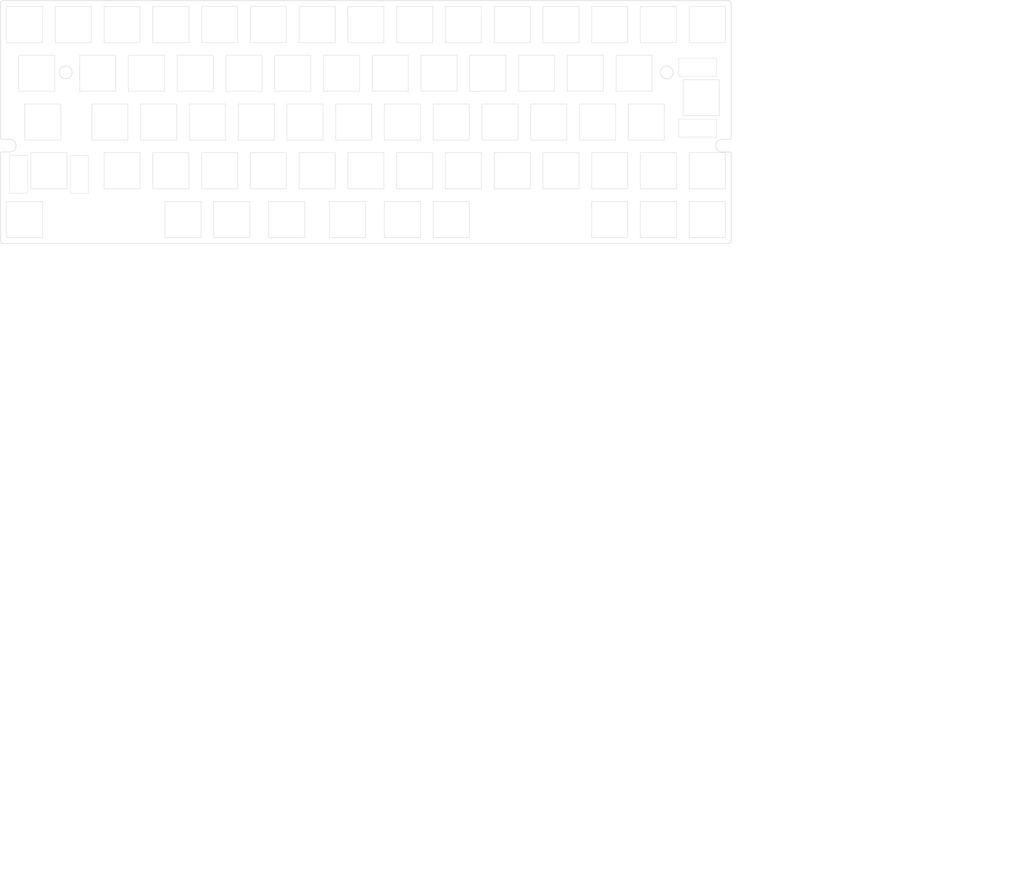
<source format=kicad_pcb>
(kicad_pcb (version 20211014) (generator pcbnew)
  (layers (0 "F.Cu" signal) (31 "B.Cu" signal) (34 "B.Paste" user) (35 "F.Paste" user) (36 "B.SilkS" user "B.Silkscreen") (37 "F.SilkS" user "F.Silkscreen") (38 "B.Mask" user) (39 "F.Mask" user) (44 "Edge.Cuts" user))
  (net 0 "")
  (footprint "kbd_SW_Hole:SW_Hole_1u" (layer "F.Cu") (at 227.087546 89.395189)
    (fp_text reference "K_.1" hide)
    (fp_text value "MX-NoLED" hide)
    (fp_line (start -7.05 -7.05) (end 7.05 -7.05) (layer "Edge.Cuts") (width 0.15))
    (fp_line (start -7.05 7.05) (end -7.05 -7.05) (layer "Edge.Cuts") (width 0.15))
    (fp_line (start 7.05 -7.05) (end 7.05 7.05) (layer "Edge.Cuts") (width 0.15))
    (fp_line (start 7.05 7.05) (end -7.05 7.05) (layer "Edge.Cuts") (width 0.15))
  )
  (footprint "kbd_SW_Hole:SW_Hole_1u" (layer "F.Cu") (at 208.037546 89.395189)
    (fp_text reference "K_,1" hide)
    (fp_text value "MX-NoLED" hide)
    (fp_line (start 7.05 -7.05) (end 7.05 7.05) (layer "Edge.Cuts") (width 0.15))
    (fp_line (start 7.05 7.05) (end -7.05 7.05) (layer "Edge.Cuts") (width 0.15))
    (fp_line (start -7.05 -7.05) (end 7.05 -7.05) (layer "Edge.Cuts") (width 0.15))
    (fp_line (start -7.05 7.05) (end -7.05 -7.05) (layer "Edge.Cuts") (width 0.15))
  )
  (footprint "kbd_SW_Hole:SW_Hole_1u" (layer "F.Cu") (at 55.637546 32.245189 180)
    (fp_text reference "K_#1" hide)
    (fp_text value "MX-NoLED" hide)
    (fp_line (start 7.05 -7.05) (end 7.05 7.05) (layer "Edge.Cuts") (width 0.15))
    (fp_line (start -7.05 7.05) (end -7.05 -7.05) (layer "Edge.Cuts") (width 0.15))
    (fp_line (start 7.05 7.05) (end -7.05 7.05) (layer "Edge.Cuts") (width 0.15))
    (fp_line (start -7.05 -7.05) (end 7.05 -7.05) (layer "Edge.Cuts") (width 0.15))
  )
  (footprint "kbd_SW_Hole:SW_Hole_1u" (layer "F.Cu") (at 74.687546 32.245189)
    (fp_text reference "K_#2" hide)
    (fp_text value "MX-NoLED" hide)
    (fp_line (start 7.05 -7.05) (end 7.05 7.05) (layer "Edge.Cuts") (width 0.15))
    (fp_line (start 7.05 7.05) (end -7.05 7.05) (layer "Edge.Cuts") (width 0.15))
    (fp_line (start -7.05 7.05) (end -7.05 -7.05) (layer "Edge.Cuts") (width 0.15))
    (fp_line (start -7.05 -7.05) (end 7.05 -7.05) (layer "Edge.Cuts") (width 0.15))
  )
  (footprint "kbd_SW_Hole:SW_Hole_1u" (layer "F.Cu") (at 93.737546 32.245189)
    (fp_text reference "K_#3" hide)
    (fp_text value "MX-NoLED" hide)
    (fp_line (start -7.05 7.05) (end -7.05 -7.05) (layer "Edge.Cuts") (width 0.15))
    (fp_line (start -7.05 -7.05) (end 7.05 -7.05) (layer "Edge.Cuts") (width 0.15))
    (fp_line (start 7.05 7.05) (end -7.05 7.05) (layer "Edge.Cuts") (width 0.15))
    (fp_line (start 7.05 -7.05) (end 7.05 7.05) (layer "Edge.Cuts") (width 0.15))
  )
  (footprint "kbd_SW_Hole:SW_Hole_1u" (layer "F.Cu") (at 112.787546 32.245189)
    (fp_text reference "K_#4" hide)
    (fp_text value "MX-NoLED" hide)
    (fp_line (start -7.05 -7.05) (end 7.05 -7.05) (layer "Edge.Cuts") (width 0.15))
    (fp_line (start 7.05 -7.05) (end 7.05 7.05) (layer "Edge.Cuts") (width 0.15))
    (fp_line (start -7.05 7.05) (end -7.05 -7.05) (layer "Edge.Cuts") (width 0.15))
    (fp_line (start 7.05 7.05) (end -7.05 7.05) (layer "Edge.Cuts") (width 0.15))
  )
  (footprint "kbd_SW_Hole:SW_Hole_1u" (layer "F.Cu") (at 131.837546 32.245189)
    (fp_text reference "K_#5" hide)
    (fp_text value "MX-NoLED" hide)
    (fp_line (start -7.05 -7.05) (end 7.05 -7.05) (layer "Edge.Cuts") (width 0.15))
    (fp_line (start 7.05 7.05) (end -7.05 7.05) (layer "Edge.Cuts") (width 0.15))
    (fp_line (start 7.05 -7.05) (end 7.05 7.05) (layer "Edge.Cuts") (width 0.15))
    (fp_line (start -7.05 7.05) (end -7.05 -7.05) (layer "Edge.Cuts") (width 0.15))
  )
  (footprint "kbd_SW_Hole:SW_Hole_1u" (layer "F.Cu") (at 150.887546 32.245189)
    (fp_text reference "K_#6" hide)
    (fp_text value "MX-NoLED" hide)
    (fp_line (start -7.05 -7.05) (end 7.05 -7.05) (layer "Edge.Cuts") (width 0.15))
    (fp_line (start 7.05 7.05) (end -7.05 7.05) (layer "Edge.Cuts") (width 0.15))
    (fp_line (start 7.05 -7.05) (end 7.05 7.05) (layer "Edge.Cuts") (width 0.15))
    (fp_line (start -7.05 7.05) (end -7.05 -7.05) (layer "Edge.Cuts") (width 0.15))
  )
  (footprint "kbd_SW_Hole:SW_Hole_1u" (layer "F.Cu") (at 169.937546 32.245189)
    (fp_text reference "K_#7" hide)
    (fp_text value "MX-NoLED" hide)
    (fp_line (start -7.05 7.05) (end -7.05 -7.05) (layer "Edge.Cuts") (width 0.15))
    (fp_line (start 7.05 7.05) (end -7.05 7.05) (layer "Edge.Cuts") (width 0.15))
    (fp_line (start 7.05 -7.05) (end 7.05 7.05) (layer "Edge.Cuts") (width 0.15))
    (fp_line (start -7.05 -7.05) (end 7.05 -7.05) (layer "Edge.Cuts") (width 0.15))
  )
  (footprint "kbd_SW_Hole:SW_Hole_1u" (layer "F.Cu") (at 188.987546 32.245189)
    (fp_text reference "K_#8" hide)
    (fp_text value "MX-NoLED" hide)
    (fp_line (start 7.05 -7.05) (end 7.05 7.05) (layer "Edge.Cuts") (width 0.15))
    (fp_line (start -7.05 7.05) (end -7.05 -7.05) (layer "Edge.Cuts") (width 0.15))
    (fp_line (start 7.05 7.05) (end -7.05 7.05) (layer "Edge.Cuts") (width 0.15))
    (fp_line (start -7.05 -7.05) (end 7.05 -7.05) (layer "Edge.Cuts") (width 0.15))
  )
  (footprint "kbd_SW_Hole:SW_Hole_1u" (layer "F.Cu") (at 208.037546 32.245189)
    (fp_text reference "K_#9" hide)
    (fp_text value "MX-NoLED" hide)
    (fp_line (start 7.05 7.05) (end -7.05 7.05) (layer "Edge.Cuts") (width 0.15))
    (fp_line (start 7.05 -7.05) (end 7.05 7.05) (layer "Edge.Cuts") (width 0.15))
    (fp_line (start -7.05 7.05) (end -7.05 -7.05) (layer "Edge.Cuts") (width 0.15))
    (fp_line (start -7.05 -7.05) (end 7.05 -7.05) (layer "Edge.Cuts") (width 0.15))
  )
  (footprint "kbd_SW_Hole:SW_Hole_1u" (layer "F.Cu") (at 227.087546 32.245189)
    (fp_text reference "K_#0_1" hide)
    (fp_text value "MX-NoLED" hide)
    (fp_line (start -7.05 -7.05) (end 7.05 -7.05) (layer "Edge.Cuts") (width 0.15))
    (fp_line (start 7.05 7.05) (end -7.05 7.05) (layer "Edge.Cuts") (width 0.15))
    (fp_line (start 7.05 -7.05) (end 7.05 7.05) (layer "Edge.Cuts") (width 0.15))
    (fp_line (start -7.05 7.05) (end -7.05 -7.05) (layer "Edge.Cuts") (width 0.15))
  )
  (footprint "kbd_SW_Hole:SW_Hole_1u" (layer "F.Cu") (at 260.425046 70.345189)
    (fp_text reference "K_:1" hide)
    (fp_text value "MX-NoLED" hide)
    (fp_line (start 7.05 7.05) (end -7.05 7.05) (layer "Edge.Cuts") (width 0.15))
    (fp_line (start 7.05 -7.05) (end 7.05 7.05) (layer "Edge.Cuts") (width 0.15))
    (fp_line (start -7.05 -7.05) (end 7.05 -7.05) (layer "Edge.Cuts") (width 0.15))
    (fp_line (start -7.05 7.05) (end -7.05 -7.05) (layer "Edge.Cuts") (width 0.15))
  )
  (footprint "kbd_SW_Hole:SW_Hole_1u" (layer "F.Cu") (at 246.137546 32.245189)
    (fp_text reference "K_-1" hide)
    (fp_text value "MX-NoLED" hide)
    (fp_line (start -7.05 -7.05) (end 7.05 -7.05) (layer "Edge.Cuts") (width 0.15))
    (fp_line (start 7.05 -7.05) (end 7.05 7.05) (layer "Edge.Cuts") (width 0.15))
    (fp_line (start -7.05 7.05) (end -7.05 -7.05) (layer "Edge.Cuts") (width 0.15))
    (fp_line (start 7.05 7.05) (end -7.05 7.05) (layer "Edge.Cuts") (width 0.15))
  )
  (footprint "kbd_SW_Hole:SW_Hole_1u" (layer "F.Cu") (at 246.137546 89.395189)
    (fp_text reference "K_/1" hide)
    (fp_text value "MX-NoLED" hide)
    (fp_line (start -7.05 -7.05) (end 7.05 -7.05) (layer "Edge.Cuts") (width 0.15))
    (fp_line (start 7.05 -7.05) (end 7.05 7.05) (layer "Edge.Cuts") (width 0.15))
    (fp_line (start -7.05 7.05) (end -7.05 -7.05) (layer "Edge.Cuts") (width 0.15))
    (fp_line (start 7.05 7.05) (end -7.05 7.05) (layer "Edge.Cuts") (width 0.15))
  )
  (footprint "kbd_SW_Hole:SW_Hole_1u" (layer "F.Cu") (at 241.375046 70.345189)
    (fp_text reference "K_;1" hide)
    (fp_text value "MX-NoLED" hide)
    (fp_line (start 7.05 7.05) (end -7.05 7.05) (layer "Edge.Cuts") (width 0.15))
    (fp_line (start -7.05 -7.05) (end 7.05 -7.05) (layer "Edge.Cuts") (width 0.15))
    (fp_line (start 7.05 -7.05) (end 7.05 7.05) (layer "Edge.Cuts") (width 0.15))
    (fp_line (start -7.05 7.05) (end -7.05 -7.05) (layer "Edge.Cuts") (width 0.15))
  )
  (footprint "kbd_SW_Hole:SW_Hole_1u" (layer "F.Cu") (at 255.662546 51.295189)
    (fp_text reference "K_@1" hide)
    (fp_text value "MX-NoLED" hide)
    (fp_line (start -7.05 -7.05) (end 7.05 -7.05) (layer "Edge.Cuts") (width 0.15))
    (fp_line (start -7.05 7.05) (end -7.05 -7.05) (layer "Edge.Cuts") (width 0.15))
    (fp_line (start 7.05 7.05) (end -7.05 7.05) (layer "Edge.Cuts") (width 0.15))
    (fp_line (start 7.05 -7.05) (end 7.05 7.05) (layer "Edge.Cuts") (width 0.15))
  )
  (footprint "kbd_SW_Hole:SW_Hole_1u" (layer "F.Cu") (at 279.475046 70.345189)
    (fp_text reference "K_]1" hide)
    (fp_text value "MX-NoLED" hide)
    (fp_line (start -7.05 7.05) (end -7.05 -7.05) (layer "Edge.Cuts") (width 0.15))
    (fp_line (start -7.05 -7.05) (end 7.05 -7.05) (layer "Edge.Cuts") (width 0.15))
    (fp_line (start 7.05 7.05) (end -7.05 7.05) (layer "Edge.Cuts") (width 0.15))
    (fp_line (start 7.05 -7.05) (end 7.05 7.05) (layer "Edge.Cuts") (width 0.15))
  )
  (footprint "kbd_SW_Hole:SW_Hole_1u" (layer "F.Cu") (at 274.712546 51.295189)
    (fp_text reference "K_[1" hide)
    (fp_text value "MX-NoLED" hide)
    (fp_line (start -7.05 -7.05) (end 7.05 -7.05) (layer "Edge.Cuts") (width 0.15))
    (fp_line (start -7.05 7.05) (end -7.05 -7.05) (layer "Edge.Cuts") (width 0.15))
    (fp_line (start 7.05 7.05) (end -7.05 7.05) (layer "Edge.Cuts") (width 0.15))
    (fp_line (start 7.05 -7.05) (end 7.05 7.05) (layer "Edge.Cuts") (width 0.15))
  )
  (footprint "kbd_SW_Hole:SW_Hole_1u" (layer "F.Cu") (at 69.925046 70.345189)
    (fp_text reference "K_A1" hide)
    (fp_text value "MX-NoLED" hide)
    (fp_line (start -7.05 7.05) (end -7.05 -7.05) (layer "Edge.Cuts") (width 0.15))
    (fp_line (start 7.05 7.05) (end -7.05 7.05) (layer "Edge.Cuts") (width 0.15))
    (fp_line (start -7.05 -7.05) (end 7.05 -7.05) (layer "Edge.Cuts") (width 0.15))
    (fp_line (start 7.05 -7.05) (end 7.05 7.05) (layer "Edge.Cuts") (width 0.15))
  )
  (footprint "kbd_SW_Hole:SW_Hole_1u" (layer "F.Cu") (at 150.887546 89.395189)
    (fp_text reference "K_B1" hide)
    (fp_text value "MX-NoLED" hide)
    (fp_line (start 7.05 -7.05) (end 7.05 7.05) (layer "Edge.Cuts") (width 0.15))
    (fp_line (start -7.05 7.05) (end -7.05 -7.05) (layer "Edge.Cuts") (width 0.15))
    (fp_line (start 7.05 7.05) (end -7.05 7.05) (layer "Edge.Cuts") (width 0.15))
    (fp_line (start -7.05 -7.05) (end 7.05 -7.05) (layer "Edge.Cuts") (width 0.15))
  )
  (footprint "kbd_SW_Hole:SW_Hole_1u" (layer "F.Cu") (at 284.237546 32.245189)
    (fp_text reference "K_YEN1" hide)
    (fp_text value "MX-NoLED" hide)
    (fp_line (start -7.05 -7.05) (end 7.05 -7.05) (layer "Edge.Cuts") (width 0.15))
    (fp_line (start -7.05 7.05) (end -7.05 -7.05) (layer "Edge.Cuts") (width 0.15))
    (fp_line (start 7.05 7.05) (end -7.05 7.05) (layer "Edge.Cuts") (width 0.15))
    (fp_line (start 7.05 -7.05) (end 7.05 7.05) (layer "Edge.Cuts") (width 0.15))
  )
  (footprint "kbd_SW_Hole:SW_Hole_1u" (layer "F.Cu") (at 112.787546 89.395189)
    (fp_text reference "K_C1" hide)
    (fp_text value "MX-NoLED" hide)
    (fp_line (start 7.05 7.05) (end -7.05 7.05) (layer "Edge.Cuts") (width 0.15))
    (fp_line (start -7.05 -7.05) (end 7.05 -7.05) (layer "Edge.Cuts") (width 0.15))
    (fp_line (start 7.05 -7.05) (end 7.05 7.05) (layer "Edge.Cuts") (width 0.15))
    (fp_line (start -7.05 7.05) (end -7.05 -7.05) (layer "Edge.Cuts") (width 0.15))
  )
  (footprint "kbd_SW_Hole:SW_Hole_1u" (layer "F.Cu") (at 108.025046 70.345189)
    (fp_text reference "K_D1" hide)
    (fp_text value "MX-NoLED" hide)
    (fp_line (start -7.05 -7.05) (end 7.05 -7.05) (layer "Edge.Cuts") (width 0.15))
    (fp_line (start 7.05 7.05) (end -7.05 7.05) (layer "Edge.Cuts") (width 0.15))
    (fp_line (start 7.05 -7.05) (end 7.05 7.05) (layer "Edge.Cuts") (width 0.15))
    (fp_line (start -7.05 7.05) (end -7.05 -7.05) (layer "Edge.Cuts") (width 0.15))
  )
  (footprint "kbd_SW_Hole:SW_Hole_1u" (layer "F.Cu") (at 103.262546 51.295189)
    (fp_text reference "K_E1" hide)
    (fp_text value "MX-NoLED" hide)
    (fp_line (start 7.05 -7.05) (end 7.05 7.05) (layer "Edge.Cuts") (width 0.15))
    (fp_line (start -7.05 -7.05) (end 7.05 -7.05) (layer "Edge.Cuts") (width 0.15))
    (fp_line (start -7.05 7.05) (end -7.05 -7.05) (layer "Edge.Cuts") (width 0.15))
    (fp_line (start 7.05 7.05) (end -7.05 7.05) (layer "Edge.Cuts") (width 0.15))
  )
  (footprint "kbd_SW_Hole:SW_Hole_2u" (layer "F.Cu") (at 300.906296 60.820189 -90)
    (fp_text reference "K_ENTER1" hide)
    (fp_text value "MX-NoLED" hide)
    (fp_line (start 7.05 -7.05) (end 7.05 7.05) (layer "Edge.Cuts") (width 0.15))
    (fp_line (start -7.05 -7.05) (end 7.05 -7.05) (layer "Edge.Cuts") (width 0.15))
    (fp_line (start 15.4 -6) (end 8.4 -6) (layer "Edge.Cuts") (width 0.12))
    (fp_line (start 15.4 8.8) (end 15.4 -6) (layer "Edge.Cuts") (width 0.12))
    (fp_line (start -15.4 -6) (end -8.4 -6) (layer "Edge.Cuts") (width 0.12))
    (fp_line (start -8.4 8.8) (end -15.4 8.8) (layer "Edge.Cuts") (width 0.12))
    (fp_line (start -7.05 7.05) (end -7.05 -7.05) (layer "Edge.Cuts") (width 0.15))
    (fp_line (start 8.4 8.8) (end 15.4 8.8) (layer "Edge.Cuts") (width 0.12))
    (fp_line (start -15.4 8.8) (end -15.4 -6) (layer "Edge.Cuts") (width 0.12))
    (fp_line (start 8.4 -6) (end 8.4 8.8) (layer "Edge.Cuts") (width 0.12))
    (fp_line (start -8.4 -6) (end -8.4 8.8) (layer "Edge.Cuts") (width 0.12))
    (fp_line (start 7.05 7.05) (end -7.05 7.05) (layer "Edge.Cuts") (width 0.15))
  )
  (footprint "kbd_SW_Hole:SW_Hole_1u" (layer "F.Cu") (at 127.075046 70.345189)
    (fp_text reference "K_F1" hide)
    (fp_text value "MX-NoLED" hide)
    (fp_line (start -7.05 -7.05) (end 7.05 -7.05) (layer "Edge.Cuts") (width 0.15))
    (fp_line (start 7.05 -7.05) (end 7.05 7.05) (layer "Edge.Cuts") (width 0.15))
    (fp_line (start -7.05 7.05) (end -7.05 -7.05) (layer "Edge.Cuts") (width 0.15))
    (fp_line (start 7.05 7.05) (end -7.05 7.05) (layer "Edge.Cuts") (width 0.15))
  )
  (footprint "kbd_SW_Hole:SW_Hole_1u" (layer "F.Cu") (at 146.125046 70.345189)
    (fp_text reference "K_G1" hide)
    (fp_text value "MX-NoLED" hide)
    (fp_line (start 7.05 -7.05) (end 7.05 7.05) (layer "Edge.Cuts") (width 0.15))
    (fp_line (start -7.05 7.05) (end -7.05 -7.05) (layer "Edge.Cuts") (width 0.15))
    (fp_line (start -7.05 -7.05) (end 7.05 -7.05) (layer "Edge.Cuts") (width 0.15))
    (fp_line (start 7.05 7.05) (end -7.05 7.05) (layer "Edge.Cuts") (width 0.15))
  )
  (footprint "kbd_SW_Hole:SW_Hole_1u" (layer "F.Cu") (at 36.587546 32.245189 180)
    (fp_text reference "K_ESC1" hide)
    (fp_text value "MX-NoLED" hide)
    (fp_line (start -7.05 -7.05) (end 7.05 -7.05) (layer "Edge.Cuts") (width 0.15))
    (fp_line (start 7.05 -7.05) (end 7.05 7.05) (layer "Edge.Cuts") (width 0.15))
    (fp_line (start -7.05 7.05) (end -7.05 -7.05) (layer "Edge.Cuts") (width 0.15))
    (fp_line (start 7.05 7.05) (end -7.05 7.05) (layer "Edge.Cuts") (width 0.15))
  )
  (footprint "kbd_SW_Hole:SW_Hole_1u" (layer "F.Cu") (at 165.175046 70.345189)
    (fp_text reference "K_H1" hide)
    (fp_text value "MX-NoLED" hide)
    (fp_line (start 7.05 -7.05) (end 7.05 7.05) (layer "Edge.Cuts") (width 0.15))
    (fp_line (start -7.05 7.05) (end -7.05 -7.05) (layer "Edge.Cuts") (width 0.15))
    (fp_line (start -7.05 -7.05) (end 7.05 -7.05) (layer "Edge.Cuts") (width 0.15))
    (fp_line (start 7.05 7.05) (end -7.05 7.05) (layer "Edge.Cuts") (width 0.15))
  )
  (footprint "kbd_SW_Hole:SW_Hole_1u" (layer "F.Cu") (at 198.512546 51.295189)
    (fp_text reference "K_I1" hide)
    (fp_text value "MX-NoLED" hide)
    (fp_line (start 7.05 7.05) (end -7.05 7.05) (layer "Edge.Cuts") (width 0.15))
    (fp_line (start 7.05 -7.05) (end 7.05 7.05) (layer "Edge.Cuts") (width 0.15))
    (fp_line (start -7.05 -7.05) (end 7.05 -7.05) (layer "Edge.Cuts") (width 0.15))
    (fp_line (start -7.05 7.05) (end -7.05 -7.05) (layer "Edge.Cuts") (width 0.15))
  )
  (footprint "kbd_SW_Hole:SW_Hole_1u" (layer "F.Cu") (at 184.225046 70.345189)
    (fp_text reference "K_J1" hide)
    (fp_text value "MX-NoLED" hide)
    (fp_line (start 7.05 -7.05) (end 7.05 7.05) (layer "Edge.Cuts") (width 0.15))
    (fp_line (start -7.05 -7.05) (end 7.05 -7.05) (layer "Edge.Cuts") (width 0.15))
    (fp_line (start 7.05 7.05) (end -7.05 7.05) (layer "Edge.Cuts") (width 0.15))
    (fp_line (start -7.05 7.05) (end -7.05 -7.05) (layer "Edge.Cuts") (width 0.15))
  )
  (footprint "kbd_SW_Hole:SW_Hole_1u" (layer "F.Cu") (at 203.275046 70.345189)
    (fp_text reference "K_K1" hide)
    (fp_text value "MX-NoLED" hide)
    (fp_line (start 7.05 7.05) (end -7.05 7.05) (layer "Edge.Cuts") (width 0.15))
    (fp_line (start -7.05 -7.05) (end 7.05 -7.05) (layer "Edge.Cuts") (width 0.15))
    (fp_line (start -7.05 7.05) (end -7.05 -7.05) (layer "Edge.Cuts") (width 0.15))
    (fp_line (start 7.05 -7.05) (end 7.05 7.05) (layer "Edge.Cuts") (width 0.15))
  )
  (footprint "kbd_SW_Hole:SW_Hole_1u" (layer "F.Cu") (at 222.325046 70.345189)
    (fp_text reference "K_L1" hide)
    (fp_text value "MX-NoLED" hide)
    (fp_line (start -7.05 -7.05) (end 7.05 -7.05) (layer "Edge.Cuts") (width 0.15))
    (fp_line (start 7.05 7.05) (end -7.05 7.05) (layer "Edge.Cuts") (width 0.15))
    (fp_line (start 7.05 -7.05) (end 7.05 7.05) (layer "Edge.Cuts") (width 0.15))
    (fp_line (start -7.05 7.05) (end -7.05 -7.05) (layer "Edge.Cuts") (width 0.15))
  )
  (footprint "kbd_SW_Hole:SW_Hole_1u" (layer "F.Cu") (at 98.500046 108.445189)
    (fp_text reference "K_LALT1" hide)
    (fp_text value "MX-NoLED" hide)
    (fp_line (start 7.05 7.05) (end -7.05 7.05) (layer "Edge.Cuts") (width 0.15))
    (fp_line (start -7.05 7.05) (end -7.05 -7.05) (layer "Edge.Cuts") (width 0.15))
    (fp_line (start -7.05 -7.05) (end 7.05 -7.05) (layer "Edge.Cuts") (width 0.15))
    (fp_line (start 7.05 -7.05) (end 7.05 7.05) (layer "Edge.Cuts") (width 0.15))
  )
  (footprint "kbd_SW_Hole:SW_Hole_1u" (layer "F.Cu") (at 36.587546 108.445189)
    (fp_text reference "K_LCTRL1" hide)
    (fp_text value "MX-NoLED" hide)
    (fp_line (start 7.05 -7.05) (end 7.05 7.05) (layer "Edge.Cuts") (width 0.15))
    (fp_line (start -7.05 -7.05) (end 7.05 -7.05) (layer "Edge.Cuts") (width 0.15))
    (fp_line (start 7.05 7.05) (end -7.05 7.05) (layer "Edge.Cuts") (width 0.15))
    (fp_line (start -7.05 7.05) (end -7.05 -7.05) (layer "Edge.Cuts") (width 0.15))
  )
  (footprint "kbd_SW_Hole:SW_Hole_2u" (layer "F.Cu") (at 46.112546 89.395189)
    (fp_text reference "K_LSFT1" hide)
    (fp_text value "MX-NoLED" hide)
    (fp_line (start -15.4 -6) (end -8.4 -6) (layer "Edge.Cuts") (width 0.12))
    (fp_line (start 15.4 8.8) (end 15.4 -6) (layer "Edge.Cuts") (width 0.12))
    (fp_line (start -15.4 8.8) (end -15.4 -6) (layer "Edge.Cuts") (width 0.12))
    (fp_line (start 8.4 8.8) (end 15.4 8.8) (layer "Edge.Cuts") (width 0.12))
    (fp_line (start -7.05 -7.05) (end 7.05 -7.05) (layer "Edge.Cuts") (width 0.15))
    (fp_line (start -8.4 -6) (end -8.4 8.8) (layer "Edge.Cuts") (width 0.12))
    (fp_line (start 7.05 7.05) (end -7.05 7.05) (layer "Edge.Cuts") (width 0.15))
    (fp_line (start -8.4 8.8) (end -15.4 8.8) (layer "Edge.Cuts") (width 0.12))
    (fp_line (start 7.05 -7.05) (end 7.05 7.05) (layer "Edge.Cuts") (width 0.15))
    (fp_line (start 15.4 -6) (end 8.4 -6) (layer "Edge.Cuts") (width 0.12))
    (fp_line (start -7.05 7.05) (end -7.05 -7.05) (layer "Edge.Cuts") (width 0.15))
    (fp_line (start 8.4 -6) (end 8.4 8.8) (layer "Edge.Cuts") (width 0.12))
  )
  (footprint "kbd_SW_Hole:SW_Hole_1u" (layer "F.Cu") (at 188.987546 89.395189)
    (fp_text reference "K_M1" hide)
    (fp_text value "MX-NoLED" hide)
    (fp_line (start -7.05 -7.05) (end 7.05 -7.05) (layer "Edge.Cuts") (width 0.15))
    (fp_line (start 7.05 -7.05) (end 7.05 7.05) (layer "Edge.Cuts") (width 0.15))
    (fp_line (start 7.05 7.05) (end -7.05 7.05) (layer "Edge.Cuts") (width 0.15))
    (fp_line (start -7.05 7.05) (end -7.05 -7.05) (layer "Edge.Cuts") (width 0.15))
  )
  (footprint "kbd_SW_Hole:SW_Hole_1u" (layer "F.Cu") (at 169.937546 89.395189)
    (fp_text reference "K_N1" hide)
    (fp_text value "MX-NoLED" hide)
    (fp_line (start -7.05 7.05) (end -7.05 -7.05) (layer "Edge.Cuts") (width 0.15))
    (fp_line (start -7.05 -7.05) (end 7.05 -7.05) (layer "Edge.Cuts") (width 0.15))
    (fp_line (start 7.05 7.05) (end -7.05 7.05) (layer "Edge.Cuts") (width 0.15))
    (fp_line (start 7.05 -7.05) (end 7.05 7.05) (layer "Edge.Cuts") (width 0.15))
  )
  (footprint "kbd_SW_Hole:SW_Hole_1u" (layer "F.Cu") (at 217.562546 51.295189)
    (fp_text reference "K_O1" hide)
    (fp_text value "MX-NoLED" hide)
    (fp_line (start 7.05 7.05) (end -7.05 7.05) (layer "Edge.Cuts") (width 0.15))
    (fp_line (start -7.05 -7.05) (end 7.05 -7.05) (layer "Edge.Cuts") (width 0.15))
    (fp_line (start -7.05 7.05) (end -7.05 -7.05) (layer "Edge.Cuts") (width 0.15))
    (fp_line (start 7.05 -7.05) (end 7.05 7.05) (layer "Edge.Cuts") (width 0.15))
  )
  (footprint "kbd_SW_Hole:SW_Hole_1u" (layer "F.Cu") (at 236.612546 51.295189)
    (fp_text reference "K_P1" hide)
    (fp_text value "MX-NoLED" hide)
    (fp_line (start 7.05 -7.05) (end 7.05 7.05) (layer "Edge.Cuts") (width 0.15))
    (fp_line (start -7.05 7.05) (end -7.05 -7.05) (layer "Edge.Cuts") (width 0.15))
    (fp_line (start -7.05 -7.05) (end 7.05 -7.05) (layer "Edge.Cuts") (width 0.15))
    (fp_line (start 7.05 7.05) (end -7.05 7.05) (layer "Edge.Cuts") (width 0.15))
  )
  (footprint "kbd_SW_Hole:SW_Hole_1u" (layer "F.Cu") (at 122.312546 51.295189)
    (fp_text reference "K_R1" hide)
    (fp_text value "MX-NoLED" hide)
    (fp_line (start -7.05 -7.05) (end 7.05 -7.05) (layer "Edge.Cuts") (width 0.15))
    (fp_line (start 7.05 -7.05) (end 7.05 7.05) (layer "Edge.Cuts") (width 0.15))
    (fp_line (start -7.05 7.05) (end -7.05 -7.05) (layer "Edge.Cuts") (width 0.15))
    (fp_line (start 7.05 7.05) (end -7.05 7.05) (layer "Edge.Cuts") (width 0.15))
  )
  (footprint "kbd_SW_Hole:SW_Hole_1u" (layer "F.Cu") (at 265.187546 108.445189)
    (fp_text reference "K_LEFT1" hide)
    (fp_text value "MX-NoLED" hide)
    (fp_line (start 7.05 7.05) (end -7.05 7.05) (layer "Edge.Cuts") (width 0.15))
    (fp_line (start -7.05 -7.05) (end 7.05 -7.05) (layer "Edge.Cuts") (width 0.15))
    (fp_line (start -7.05 7.05) (end -7.05 -7.05) (layer "Edge.Cuts") (width 0.15))
    (fp_line (start 7.05 -7.05) (end 7.05 7.05) (layer "Edge.Cuts") (width 0.15))
  )
  (footprint "kbd_SW_Hole:SW_Hole_1u" (layer "F.Cu") (at 303.287546 108.445189)
    (fp_text reference "K_RIGHT1" hide)
    (fp_text value "MX-NoLED" hide)
    (fp_line (start -7.05 7.05) (end -7.05 -7.05) (layer "Edge.Cuts") (width 0.15))
    (fp_line (start 7.05 7.05) (end -7.05 7.05) (layer "Edge.Cuts") (width 0.15))
    (fp_line (start 7.05 -7.05) (end 7.05 7.05) (layer "Edge.Cuts") (width 0.15))
    (fp_line (start -7.05 -7.05) (end 7.05 -7.05) (layer "Edge.Cuts") (width 0.15))
  )
  (footprint "kbd_SW_Hole:SW_Hole_1u" (layer "F.Cu") (at 303.287546 89.395189)
    (fp_text reference "K_RSFT1" hide)
    (fp_text value "MX-NoLED" hide)
    (fp_line (start 7.05 7.05) (end -7.05 7.05) (layer "Edge.Cuts") (width 0.15))
    (fp_line (start -7.05 -7.05) (end 7.05 -7.05) (layer "Edge.Cuts") (width 0.15))
    (fp_line (start 7.05 -7.05) (end 7.05 7.05) (layer "Edge.Cuts") (width 0.15))
    (fp_line (start -7.05 7.05) (end -7.05 -7.05) (layer "Edge.Cuts") (width 0.15))
  )
  (footprint "kbd_SW_Hole:SW_Hole_1u" (layer "F.Cu") (at 88.975046 70.345189)
    (fp_text reference "K_S1" hide)
    (fp_text value "MX-NoLED" hide)
    (fp_line (start -7.05 -7.05) (end 7.05 -7.05) (layer "Edge.Cuts") (width 0.15))
    (fp_line (start 7.05 -7.05) (end 7.05 7.05) (layer "Edge.Cuts") (width 0.15))
    (fp_line (start -7.05 7.05) (end -7.05 -7.05) (layer "Edge.Cuts") (width 0.15))
    (fp_line (start 7.05 7.05) (end -7.05 7.05) (layer "Edge.Cuts") (width 0.15))
  )
  (footprint "kbd_SW_Hole:SW_Hole_1u" (layer "F.Cu") (at 141.362546 51.295189)
    (fp_text reference "K_T1" hide)
    (fp_text value "MX-NoLED" hide)
    (fp_line (start 7.05 -7.05) (end 7.05 7.05) (layer "Edge.Cuts") (width 0.15))
    (fp_line (start -7.05 7.05) (end -7.05 -7.05) (layer "Edge.Cuts") (width 0.15))
    (fp_line (start -7.05 -7.05) (end 7.05 -7.05) (layer "Edge.Cuts") (width 0.15))
    (fp_line (start 7.05 7.05) (end -7.05 7.05) (layer "Edge.Cuts") (width 0.15))
  )
  (footprint "kbd_SW_Hole:SW_Hole_1.5u" (layer "F.Cu") (at 41.350046 51.295189)
    (fp_text reference "K_TAB1" hide)
    (fp_text value "MX-NoLED" hide)
    (fp_line (start 7.05 7.05) (end -7.05 7.05) (layer "Edge.Cuts") (width 0.15))
    (fp_line (start 7.05 -7.05) (end 7.05 7.05) (layer "Edge.Cuts") (width 0.15))
    (fp_line (start -7.05 7.05) (end -7.05 -7.05) (layer "Edge.Cuts") (width 0.15))
    (fp_line (start -7.05 -7.05) (end 7.05 -7.05) (layer "Edge.Cuts") (width 0.15))
  )
  (footprint "kbd_SW_Hole:SW_Hole_1u" (layer "F.Cu") (at 179.462546 51.295189)
    (fp_text reference "K_U1" hide)
    (fp_text value "MX-NoLED" hide)
    (fp_line (start -7.05 -7.05) (end 7.05 -7.05) (layer "Edge.Cuts") (width 0.15))
    (fp_line (start 7.05 -7.05) (end 7.05 7.05) (layer "Edge.Cuts") (width 0.15))
    (fp_line (start 7.05 7.05) (end -7.05 7.05) (layer "Edge.Cuts") (width 0.15))
    (fp_line (start -7.05 7.05) (end -7.05 -7.05) (layer "Edge.Cuts") (width 0.15))
  )
  (footprint "kbd_SW_Hole:SW_Hole_1u" (layer "F.Cu") (at 131.837546 89.395189)
    (fp_text reference "K_V1" hide)
    (fp_text value "MX-NoLED" hide)
    (fp_line (start -7.05 7.05) (end -7.05 -7.05) (layer "Edge.Cuts") (width 0.15))
    (fp_line (start 7.05 7.05) (end -7.05 7.05) (layer "Edge.Cuts") (width 0.15))
    (fp_line (start -7.05 -7.05) (end 7.05 -7.05) (layer "Edge.Cuts") (width 0.15))
    (fp_line (start 7.05 -7.05) (end 7.05 7.05) (layer "Edge.Cuts") (width 0.15))
  )
  (footprint "kbd_SW_Hole:SW_Hole_1u" (layer "F.Cu") (at 93.737546 89.395189)
    (fp_text reference "K_X1" hide)
    (fp_text value "MX-NoLED" hide)
    (fp_line (start -7.05 -7.05) (end 7.05 -7.05) (layer "Edge.Cuts") (width 0.15))
    (fp_line (start -7.05 7.05) (end -7.05 -7.05) (layer "Edge.Cuts") (width 0.15))
    (fp_line (start 7.05 -7.05) (end 7.05 7.05) (layer "Edge.Cuts") (width 0.15))
    (fp_line (start 7.05 7.05) (end -7.05 7.05) (layer "Edge.Cuts") (width 0.15))
  )
  (footprint "kbd_SW_Hole:SW_Hole_1u" (layer "F.Cu") (at 160.412546 51.295189)
    (fp_text reference "K_Y1" hide)
    (fp_text value "MX-NoLED" hide)
    (fp_line (start 7.05 -7.05) (end 7.05 7.05) (layer "Edge.Cuts") (width 0.15))
    (fp_line (start 7.05 7.05) (end -7.05 7.05) (layer "Edge.Cuts") (width 0.15))
    (fp_line (start -7.05 -7.05) (end 7.05 -7.05) (layer "Edge.Cuts") (width 0.15))
    (fp_line (start -7.05 7.05) (end -7.05 -7.05) (layer "Edge.Cuts") (width 0.15))
  )
  (footprint "kbd_SW_Hole:SW_Hole_1u" (layer "F.Cu") (at 74.687546 89.395189)
    (fp_text reference "K_Z1" hide)
    (fp_text value "MX-NoLED" hide)
    (fp_line (start -7.05 -7.05) (end 7.05 -7.05) (layer "Edge.Cuts") (width 0.15))
    (fp_line (start 7.05 -7.05) (end 7.05 7.05) (layer "Edge.Cuts") (width 0.15))
    (fp_line (start -7.05 7.05) (end -7.05 -7.05) (layer "Edge.Cuts") (width 0.15))
    (fp_line (start 7.05 7.05) (end -7.05 7.05) (layer "Edge.Cuts") (width 0.15))
  )
  (footprint "kbd_SW_Hole:SW_Hole_1u" (layer "F.Cu") (at 284.237546 108.445189)
    (fp_text reference "K_DOWN1" hide)
    (fp_text value "MX-NoLED" hide)
    (fp_line (start -7.05 -7.05) (end 7.05 -7.05) (layer "Edge.Cuts") (width 0.15))
    (fp_line (start -7.05 7.05) (end -7.05 -7.05) (layer "Edge.Cuts") (width 0.15))
    (fp_line (start 7.05 7.05) (end -7.05 7.05) (layer "Edge.Cuts") (width 0.15))
    (fp_line (start 7.05 -7.05) (end 7.05 7.05) (layer "Edge.Cuts") (width 0.15))
  )
  (footprint "kbd_SW_Hole:SW_Hole_1u" (layer "F.Cu") (at 265.187546 89.395189)
    (fp_text reference "K_BKSL1" hide)
    (fp_text value "MX-NoLED" hide)
    (fp_line (start -7.05 7.05) (end -7.05 -7.05) (layer "Edge.Cuts") (width 0.15))
    (fp_line (start 7.05 7.05) (end -7.05 7.05) (layer "Edge.Cuts") (width 0.15))
    (fp_line (start 7.05 -7.05) (end 7.05 7.05) (layer "Edge.Cuts") (width 0.15))
    (fp_line (start -7.05 -7.05) (end 7.05 -7.05) (layer "Edge.Cuts") (width 0.15))
  )
  (footprint "kbd_SW_Hole:SW_Hole_1u" (layer "F.Cu") (at 303.287546 32.245189)
    (fp_text reference "K_BKSPC1" hide)
    (fp_text value "MX-NoLED" hide)
    (fp_line (start -7.05 7.05) (end -7.05 -7.05) (layer "Edge.Cuts") (width 0.15))
    (fp_line (start -7.05 -7.05) (end 7.05 -7.05) (layer "Edge.Cuts") (width 0.15))
    (fp_line (start 7.05 7.05) (end -7.05 7.05) (layer "Edge.Cuts") (width 0.15))
    (fp_line (start 7.05 -7.05) (end 7.05 7.05) (layer "Edge.Cuts") (width 0.15))
  )
  (footprint "kbd_SW_Hole:SW_Hole_1u" (layer "F.Cu") (at 84.212546 51.295189)
    (fp_text reference "K_W1" hide)
    (fp_text value "MX-NoLED" hide)
    (fp_line (start -7.05 7.05) (end -7.05 -7.05) (layer "Edge.Cuts") (width 0.15))
    (fp_line (start -7.05 -7.05) (end 7.05 -7.05) (layer "Edge.Cuts") (width 0.15))
    (fp_line (start 7.05 -7.05) (end 7.05 7.05) (layer "Edge.Cuts") (width 0.15))
    (fp_line (start 7.05 7.05) (end -7.05 7.05) (layer "Edge.Cuts") (width 0.15))
  )
  (footprint "kbd_SW_Hole:SW_Hole_1u" (layer "F.Cu") (at 65.162546 51.295189)
    (fp_text reference "K_Q1" hide)
    (fp_text value "MX-NoLED" hide)
    (fp_line (start -7.05 7.05) (end -7.05 -7.05) (layer "Edge.Cuts") (width 0.15))
    (fp_line (start 7.05 -7.05) (end 7.05 7.05) (layer "Edge.Cuts") (width 0.15))
    (fp_line (start -7.05 -7.05) (end 7.05 -7.05) (layer "Edge.Cuts") (width 0.15))
    (fp_line (start 7.05 7.05) (end -7.05 7.05) (layer "Edge.Cuts") (width 0.15))
  )
  (footprint "kbd_SW_Hole:SW_Hole_1.75u" (layer "F.Cu") (at 43.731296 70.345189)
    (fp_text reference "K_CAPS1" hide)
    (fp_text value "MX-LED" hide)
    (fp_line (start 7.05 -7.05) (end 7.05 7.05) (layer "Edge.Cuts") (width 0.15))
    (fp_line (start -7.05 -7.05) (end 7.05 -7.05) (layer "Edge.Cuts") (width 0.15))
    (fp_line (start 7.05 7.05) (end -7.05 7.05) (layer "Edge.Cuts") (width 0.15))
    (fp_line (start -7.05 7.05) (end -7.05 -7.05) (layer "Edge.Cuts") (width 0.15))
  )
  (footprint "kbd_SW_Hole:SW_Hole_1u" (layer "F.Cu") (at 117.550046 108.445189)
    (fp_text reference "K_NHENK1" hide)
    (fp_text value "MX-NoLED" hide)
    (fp_line (start -7.05 7.05) (end -7.05 -7.05) (layer "Edge.Cuts") (width 0.15))
    (fp_line (start 7.05 -7.05) (end 7.05 7.05) (layer "Edge.Cuts") (width 0.15))
    (fp_line (start -7.05 -7.05) (end 7.05 -7.05) (layer "Edge.Cuts") (width 0.15))
    (fp_line (start 7.05 7.05) (end -7.05 7.05) (layer "Edge.Cuts") (width 0.15))
  )
  (footprint "kbd_SW_Hole:SW_Hole_1u" (layer "F.Cu") (at 265.187546 32.245189)
    (fp_text reference "K_=1" hide)
    (fp_text value "MX-NoLED" hide)
    (fp_line (start -7.05 -7.05) (end 7.05 -7.05) (layer "Edge.Cuts") (width 0.15))
    (fp_line (start -7.05 7.05) (end -7.05 -7.05) (layer "Edge.Cuts") (width 0.15))
    (fp_line (start 7.05 -7.05) (end 7.05 7.05) (layer "Edge.Cuts") (width 0.15))
    (fp_line (start 7.05 7.05) (end -7.05 7.05) (layer "Edge.Cuts") (width 0.15))
  )
  (footprint "kbd_SW_Hole:SW_Hole_1u" (layer "F.Cu") (at 271.334796 334.199317)
    (fp_text reference "K_BKSL1" hide)
    (fp_text value "MX-NoLED" hide)
  )
  (footprint "kbd_SW_Hole:SW_Hole_1u" (layer "F.Cu") (at 102.537546 229.395189)
    (fp_text reference "K_LALT1" hide)
    (fp_text value "MX-NoLED" hide)
  )
  (footprint "kbd_SW_Hole:SW_Hole_1u" (layer "F.Cu") (at 133.222296 315.149317)
    (fp_text reference "K_F1" hide)
    (fp_text value "MX-NoLED" hide)
  )
  (footprint "kbd_SW_Hole:SW_Hole_1u" (layer "F.Cu") (at 309.434796 277.049317)
    (fp_text reference "K_BKSPC1" hide)
    (fp_text value "MX-NoLED" hide)
  )
  (footprint "kbd_SW_Hole:SW_Hole_1u" (layer "F.Cu") (at 223.709796 296.099317)
    (fp_text reference "K_O1" hide)
    (fp_text value "MX-NoLED" hide)
  )
  (footprint "kbd_SW_Hole:SW_Hole_1.25u" (layer "F.Cu") (at 145.128546 353.249317)
    (fp_text reference "K_LSPACE1" hide)
    (fp_text value "MX-NoLED" hide)
  )
  (footprint "kbd_SW_Hole:SW_Hole_1u" (layer "F.Cu") (at 185.609796 296.099317)
    (fp_text reference "K_U1" hide)
    (fp_text value "MX-NoLED" hide)
  )
  (footprint "kbd_SW_Hole:SW_Hole_1u" (layer "F.Cu") (at 135.875046 210.345189)
    (fp_text reference "K_V1" hide)
    (fp_text value "MX-NoLED" hide)
  )
  (footprint "kbd_SW_Hole:SW_Hole_1u" (layer "F.Cu") (at 209.422296 353.249317)
    (fp_text reference "K_WIN1" hide)
    (fp_text value "MX-NoLED" hide)
  )
  (footprint "kbd_SW_Hole:SW_Hole_1u" (layer "F.Cu") (at 40.625046 229.395189)
    (fp_text reference "K_LCTRL1" hide)
    (fp_text value "MX-NoLED" hide)
  )
  (footprint "kbd_SW_Hole:SW_Hole_1u" (layer "F.Cu") (at 269.225046 153.195189)
    (fp_text reference "K_=1" hide)
    (fp_text value "MX-NoLED" hide)
  )
  (footprint "kbd_SW_Hole:SW_Hole_1.25u" (layer "F.Cu") (at 143.018796 229.395189)
    (fp_text reference "K_LSPACE1" hide)
    (fp_text value "MX-NoLED" hide)
  )
  (footprint "kbd_SW_Hole:SW_Hole_1u" (layer "F.Cu") (at 195.134796 277.049317)
    (fp_text reference "K_#8" hide)
    (fp_text value "MX-NoLED" hide)
  )
  (footprint "kbd_SW_Hole:SW_Hole_1.25u" (layer "F.Cu") (at 166.831296 229.395189)
    (fp_text reference "K_RSPACE1" hide)
    (fp_text value "MX-NoLED" hide)
  )
  (footprint "kbd_SW_Hole:SW_Hole_1u" (layer "F.Cu") (at 157.034796 277.049317)
    (fp_text reference "K_#6" hide)
    (fp_text value "MX-NoLED" hide)
  )
  (footprint "kbd_SW_Hole:SW_Hole_1u" (layer "F.Cu") (at 107.300046 172.245189)
    (fp_text reference "K_E1" hide)
    (fp_text value "MX-NoLED" hide)
  )
  (footprint "kbd_SW_Hole:SW_Hole_1u" (layer "F.Cu") (at 76.072296 315.149317)
    (fp_text reference "K_A1" hide)
    (fp_text value "MX-NoLED" hide)
  )
  (footprint "kbd_SW_Hole:SW_Hole_1u" (layer "F.Cu") (at 59.675046 153.195189 180)
    (fp_text reference "K_#1" hide)
    (fp_text value "MX-NoLED" hide)
  )
  (footprint "kbd_SW_Hole:SW_Hole_1.75u" (layer "F.Cu") (at 47.768796 191.295189)
    (fp_text reference "K_CAPS1" hide)
    (fp_text value "MX-LED" hide)
  )
  (footprint "kbd_SW_Hole:SW_Hole_1u" (layer "F.Cu") (at 290.384796 277.049317)
    (fp_text reference "K_YEN1" hide)
    (fp_text value "MX-NoLED" hide)
  )
  (footprint "kbd_SW_Hole:SW_Hole_1u" (layer "F.Cu") (at 288.275046 210.345189)
    (fp_text reference "K_UP1" hide)
    (fp_text value "MX-NoLED" hide)
  )
  (footprint "kbd_SW_Hole:SW_Hole_1u" (layer "F.Cu") (at 283.512546 191.295189)
    (fp_text reference "K_]1" hide)
    (fp_text value "MX-NoLED" hide)
  )
  (footprint "kbd_SW_Hole:SW_Hole_1u" (layer "F.Cu") (at 131.112546 191.295189)
    (fp_text reference "K_F1" hide)
    (fp_text value "MX-NoLED" hide)
  )
  (footprint "kbd_SW_Hole:SW_Hole_1u" (layer "F.Cu") (at 214.184796 277.049317)
    (fp_text reference "K_#9" hide)
    (fp_text value "MX-NoLED" hide)
  )
  (footprint "kbd_SW_Hole:SW_Hole_1u" (layer "F.Cu") (at 99.884796 334.199317)
    (fp_text reference "K_X1" hide)
    (fp_text value "MX-NoLED" hide)
  )
  (footprint "kbd_SW_Hole:SW_Hole_1u" (layer "F.Cu") (at 285.622296 315.149317)
    (fp_text reference "K_]1" hide)
    (fp_text value "MX-NoLED" hide)
  )
  (footprint "kbd_SW_Hole:SW_Hole_2u" (layer "F.Cu") (at 52.259796 334.199317)
    (fp_text reference "K_LSFT1" hide)
    (fp_text value "MX-NoLED" hide)
  )
  (footprint "kbd_SW_Hole:SW_Hole_1u" (layer "F.Cu") (at 233.234796 277.049317)
    (fp_text reference "K_#0_1" hide)
    (fp_text value "MX-NoLED" hide)
  )
  (footprint "kbd_SW_Hole:SW_Hole_1u" (layer "F.Cu") (at 40.625046 153.195189 180)
    (fp_text reference "K_ESC1" hide)
    (fp_text value "MX-NoLED" hide)
  )
  (footprint "kbd_SW_Hole:SW_Hole_1u" (layer "F.Cu") (at 99.884796 277.049317)
    (fp_text reference "K_#3" hide)
    (fp_text value "MX-NoLED" hide)
  )
  (footprint "kbd_SW_Hole:SW_Hole_1u" (layer "F.Cu") (at 88.250046 172.245189)
    (fp_text reference "K_W1" hide)
    (fp_text value "MX-NoLED" hide)
  )
  (footprint "kbd_SW_Hole:SW_Hole_1u" (layer "F.Cu") (at 152.272296 315.149317)
    (fp_text reference "K_G1" hide)
    (fp_text value "MX-NoLED" hide)
  )
  (footprint "kbd_SW_Hole:SW_Hole_1u" (layer "F.Cu") (at 109.409796 296.099317)
    (fp_text reference "K_E1" hide)
    (fp_text value "MX-NoLED" hide)
  )
  (footprint "kbd_SW_Hole:SW_Hole_1u" (layer "F.Cu") (at 116.825046 210.345189)
    (fp_text reference "K_C1" hide)
    (fp_text value "MX-NoLED" hide)
  )
  (footprint "kbd_SW_Hole:SW_Hole_1u" (layer "F.Cu") (at 307.325046 210.345189)
    (fp_text reference "K_RSFT1" hide)
    (fp_text value "MX-NoLED" hide)
  )
  (footprint "kbd_SW_Hole:SW_Hole_1u" (layer "F.Cu") (at 231.125046 210.345189)
    (fp_text reference "K_.1" hide)
    (fp_text value "MX-NoLED" hide)
  )
  (footprint "kbd_SW_Hole:SW_Hole_1u" (layer "F.Cu") (at 290.384796 353.249317)
    (fp_text reference "K_DOWN1" hide)
    (fp_text value "MX-NoLED" hide)
  )
  (footprint "kbd_SW_Hole:SW_Hole_1u" (layer "F.Cu") (at 90.359796 296.099317)
    (fp_text reference "K_W1" hide)
    (fp_text value "MX-NoLED" hide)
  )
  (footprint "kbd_SW_Hole:SW_Hole_1u" (layer "F.Cu") (at 135.875046 153.195189)
    (fp_text reference "K_#5" hide)
    (fp_text value "MX-NoLED" hide)
  )
  (footprint "kbd_SW_Hole:SW_Hole_1u" (layer "F.Cu") (at 137.984796 277.049317)
    (fp_text reference "K_#5" hide)
    (fp_text value "MX-NoLED" hide)
  )
  (footprint "kbd_SW_Hole:SW_Hole_1u" (layer "F.Cu") (at 188.262546 191.295189)
    (fp_text reference "K_J1" hide)
    (fp_text value "MX-NoLED" hide)
  )
  (footprint "kbd_SW_Hole:SW_Hole_1u" (layer "F.Cu") (at 71.309796 296.099317)
    (fp_text reference "K_Q1" hide)
    (fp_text value "MX-NoLED" hide)
  )
  (footprint "kbd_SW_Hole:SW_Hole_1u" (layer "F.Cu") (at 97.775046 153.195189)
    (fp_text reference "K_#3" hide)
    (fp_text value "MX-NoLED" hide)
  )
  (footprint "kbd_SW_Hole:SW_Hole_1u" (layer "F.Cu") (at 214.184796 334.199317)
    (fp_text reference "K_,1" hide)
    (fp_text value "MX-NoLED" hide)
  )
  (footprint "kbd_SW_Hole:SW_Hole_1u" (layer "F.Cu") (at 228.472296 315.149317)
    (fp_text reference "K_L1" hide)
    (fp_text value "MX-NoLED" hide)
  )
  (footprint "kbd_SW_Hole:SW_Hole_1u" (layer "F.Cu") (at 278.750046 172.245189)
    (fp_text reference "K_[1" hide)
    (fp_text value "MX-NoLED" hide)
  )
  (footprint "kbd_SW_Hole:SW_Hole_2u" (layer "F.Cu") (at 304.943796 181.770189 -90)
    (fp_text reference "K_ENTER1" hide)
    (fp_text value "MX-NoLED" hide)
  )
  (footprint "kbd_SW_Hole:SW_Hole_1u" (layer "F.Cu") (at 183.500046 172.245189)
    (fp_text reference "K_U1" hide)
    (fp_text value "MX-NoLED" hide)
  )
  (footprint "kbd_SW_Hole:SW_Hole_1u" (layer "F.Cu") (at 69.200046 172.245189)
    (fp_text reference "K_Q1" hide)
    (fp_text value "MX-NoLED" hide)
  )
  (footprint "kbd_SW_Hole:SW_Hole_1u" (layer "F.Cu") (at 118.934796 277.049317)
    (fp_text reference "K_#4" hide)
    (fp_text value "MX-NoLED" hide)
  )
  (footprint "kbd_SW_Hole:SW_Hole_1u" (layer "F.Cu") (at 145.400046 172.245189)
    (fp_text reference "K_T1" hide)
    (fp_text value "MX-NoLED" hide)
  )
  (footprint "kbd_SW_Hole:SW_Hole_1u" (layer "F.Cu") (at 233.234796 334.199317)
    (fp_text reference "K_.1" hide)
    (fp_text value "MX-NoLED" hide)
  )
  (footprint "kbd_SW_Hole:SW_Hole_1u" (layer "F.Cu") (at 190.372296 315.149317)
    (fp_text reference "K_J1" hide)
    (fp_text value "MX-NoLED" hide)
  )
  (footprint "kbd_SW_Hole:SW_Hole_1.5u" (layer "F.Cu") (at 47.497296 296.099317)
    (fp_text reference "K_TAB1" hide)
    (fp_text value "MX-NoLED" hide)
  )
  (footprint "kbd_SW_Hole:SW_Hole_1.25u" (layer "F.Cu") (at 168.941046 353.249317)
    (fp_text reference "K_RSPACE1" hide)
    (fp_text value "MX-NoLED" hide)
  )
  (footprint "kbd_SW_Hole:SW_Hole_1u" (layer "F.Cu") (at 247.522296 315.149317)
    (fp_text reference "K_;1" hide)
    (fp_text value "MX-NoLED" hide)
  )
  (footprint "kbd_SW_Hole:SW_Hole_1u" (layer "F.Cu") (at 128.459796 296.099317)
    (fp_text reference "K_R1" hide)
    (fp_text value "MX-NoLED" hide)
  )
  (footprint "kbd_SW_Hole:SW_Hole_1u" (layer "F.Cu") (at 269.225046 229.395189)
    (fp_text reference "K_LEFT1" hide)
    (fp_text value "MX-NoLED" hide)
  )
  (footprint "kbd_SW_Hole:SW_Hole_1u" (layer "F.Cu") (at 137.984796 334.199317)
    (fp_text reference "K_V1" hide)
    (fp_text value "MX-NoLED" hide)
  )
  (footprint "kbd_SW_Hole:SW_Hole_1u" (layer "F.Cu") (at 118.934796 334.199317)
    (fp_text reference "K_C1" hide)
    (fp_text value "MX-NoLED" hide)
  )
  (footprint "kbd_SW_Hole:SW_Hole_1u" (layer "F.Cu") (at 73.962546 191.295189)
    (fp_text reference "K_A1" hide)
    (fp_text value "MX-NoLED" hide)
  )
  (footprint "kbd_SW_Hole:SW_Hole_1u" (layer "F.Cu") (at 307.325046 153.195189)
    (fp_text reference "K_BKSPC1" hide)
    (fp_text value "MX-NoLED" hide)
  )
  (footprint "kbd_SW_Hole:SW_Hole_1u" (layer "F.Cu") (at 184.225046 108.445189)
    (fp_text reference "K_HENK1" hide)
    (fp_text value "MX-NoLED" hide)
    (fp_line (start -7.05 7.05) (end -7.05 -7.05) (layer "Edge.Cuts") (width 0.15))
    (fp_line (start 7.05 -7.05) (end 7.05 7.05) (layer "Edge.Cuts") (width 0.15))
    (fp_line (start -7.05 -7.05) (end 7.05 -7.05) (layer "Edge.Cuts") (width 0.15))
    (fp_line (start 7.05 7.05) (end -7.05 7.05) (layer "Edge.Cuts") (width 0.15))
  )
  (footprint "kbd_SW_Hole:SW_Hole_1u" (layer "F.Cu") (at 240.650046 172.245189)
    (fp_text reference "K_P1" hide)
    (fp_text value "MX-NoLED" hide)
  )
  (footprint "kbd_SW_Hole:SW_Hole_1u" (layer "F.Cu") (at 42.734796 353.249317)
    (fp_text reference "K_LCTRL1" hide)
    (fp_text value "MX-NoLED" hide)
  )
  (footprint "kbd_SW_Hole:SW_Hole_1.75u" (layer "F.Cu") (at 49.878546 315.149317)
    (fp_text reference "K_CAPS1" hide)
    (fp_text value "MX-LED" hide)
  )
  (footprint "kbd_SW_Hole:SW_Hole_1u" (layer "F.Cu") (at 121.587546 229.395189)
    (fp_text reference "K_NHENK1" hide)
    (fp_text value "MX-NoLED" hide)
  )
  (footprint "kbd_SW_Hole:SW_Hole_1u" (layer "F.Cu") (at 104.647296 353.249317)
    (fp_text reference "K_LALT1" hide)
    (fp_text value "MX-NoLED" hide)
  )
  (footprint "kbd_SW_Hole:SW_Hole_1u" (layer "F.Cu") (at 221.600046 172.245189)
    (fp_text reference "K_O1" hide)
    (fp_text value "MX-NoLED" hide)
  )
  (footprint "kbd_SW_Hole:SW_Hole_1u" (layer "F.Cu") (at 245.412546 191.295189)
    (fp_text reference "K_;1" hide)
    (fp_text value "MX-NoLED" hide)
  )
  (footprint "kbd_SW_Hole:SW_Hole_1u" (layer "F.Cu") (at 169.212546 191.295189)
    (fp_text reference "K_H1" hide)
    (fp_text value "MX-NoLED" hide)
  )
  (footprint "kbd_SW_Hole:SW_Hole_1u" (layer "F.Cu") (at 112.062546 191.295189)
    (fp_text reference "K_D1" hide)
    (fp_text value "MX-NoLED" hide)
  )
  (footprint "kbd_SW_Hole:SW_Hole_1u" (layer "F.Cu") (at 157.034796 334.199317)
    (fp_text reference "K_B1" hide)
    (fp_text value "MX-NoLED" hide)
  )
  (footprint "kbd_SW_Hole:SW_Hole_1u" (layer "F.Cu") (at 264.462546 191.295189)
    (fp_text reference "K_:1" hide)
    (fp_text value "MX-NoLED" hide)
  )
  (footprint "kbd_SW_Hole:SW_Hole_1u" (layer "F.Cu") (at 280.859796 296.099317)
    (fp_text reference "K_[1" hide)
    (fp_text value "MX-NoLED" hide)
  )
  (footprint "kbd_SW_Hole:SW_Hole_1u" (layer "F.Cu") (at 290.384796 334.199317)
    (fp_text reference "K_UP1" hide)
    (fp_text value "MX-NoLED" hide)
  )
  (footprint "kbd_SW_Hole:SW_Hole_1u" (layer "F.Cu") (at 266.572296 315.149317)
    (fp_text reference "K_:1" hide)
    (fp_text value "MX-NoLED" hide)
  )
  (footprint "kbd_SW_Hole:SW_Hole_1u" (layer "F.Cu") (at 173.975046 153.195189)
    (fp_text reference "K_#7" hide)
    (fp_text value "MX-NoLED" hide)
  )
  (footprint "kbd_SW_Hole:SW_Hole_1u" (layer "F.Cu") (at 288.275046 229.395189)
    (fp_text reference "K_DOWN1" hide)
    (fp_text value "MX-NoLED" hide)
  )
  (footprint "kbd_SW_Hole:SW_Hole_1u" (layer "F.Cu") (at 271.334796 353.249317)
    (fp_text reference "K_LEFT1" hide)
    (fp_text value "MX-NoLED" hide)
  )
  (footprint "kbd_SW_Hole:SW_Hole_1u" (layer "F.Cu") (at 126.350046 172.245189)
    (fp_text reference "K_R1" hide)
    (fp_text value "MX-NoLED" hide)
  )
  (footprint "kbd_SW_Hole:SW_Hole_1u" (layer "F.Cu") (at 188.262546 229.395189)
    (fp_text reference "K_HENK1" hide)
    (fp_text value "MX-NoLED" hide)
  )
  (footprint "kbd_SW_Hole:SW_Hole_1u" (layer "F.Cu") (at 80.834796 277.049317)
    (fp_text reference "K_#2" hide)
    (fp_text value "MX-NoLED" hide)
  )
  (footprint "kbd_SW_Hole:SW_Hole_1u" (layer "F.Cu") (at 203.275046 108.445189)
    (fp_text reference "K_WIN1" hide)
    (fp_text value "MX-NoLED" hide)
    (fp_line (start 7.05 -7.05) (end 7.05 7.05) (layer "Edge.Cuts") (width 0.15))
    (fp_line (start -7.05 7.05) (end -7.05 -7.05) (layer "Edge.Cuts") (width 0.15))
    (fp_line (start -7.05 -7.05) (end 7.05 -7.05) (layer "Edge.Cuts") (width 0.15))
    (fp_line (start 7.05 7.05) (end -7.05 7.05) (layer "Edge.Cuts") (width 0.15))
  )
  (footprint "kbd_SW_Hole:SW_Hole_1u" (layer "F.Cu") (at 176.084796 277.049317)
    (fp_text reference "K_#7" hide)
    (fp_text value "MX-NoLED" hide)
  )
  (footprint "kbd_SW_Hole:SW_Hole_1u" (layer "F.Cu") (at 212.075046 210.345189)
    (fp_text reference "K_,1" hide)
    (fp_text value "MX-NoLED" hide)
  )
  (footprint "kbd_SW_Hole:SW_Hole_1u" (layer "F.Cu") (at 252.284796 277.049317)
    (fp_text reference "K_-1" hide)
    (fp_text value "MX-NoLED" hide)
  )
  (footprint "kbd_SW_Hole:SW_Hole_1u" (layer "F.Cu") (at 284.237546 89.395189)
    (fp_text reference "K_UP1" hide)
    (fp_text value "MX-NoLED" hide)
    (fp_line (start 7.05 -7.05) (end 7.05 7.05) (layer "Edge.Cuts") (width 0.15))
    (fp_line (start 7.05 7.05) (end -7.05 7.05) (layer "Edge.Cuts") (width 0.15))
    (fp_line (start -7.05 7.05) (end -7.05 -7.05) (layer "Edge.Cuts") (width 0.15))
    (fp_line (start -7.05 -7.05) (end 7.05 -7.05) (layer "Edge.Cuts") (width 0.15))
  )
  (footprint "kbd_SW_Hole:SW_Hole_1.25u" (layer "F.Cu") (at 162.793796 108.445189)
    (fp_text reference "K_RSPACE1" hide)
    (fp_text value "MX-NoLED" hide)
    (fp_line (start 7.05 7.05) (end -7.05 7.05) (layer "Edge.Cuts") (width 0.15))
    (fp_line (start -7.05 7.05) (end -7.05 -7.05) (layer "Edge.Cuts") (width 0.15))
    (fp_line (start -7.05 -7.05) (end 7.05 -7.05) (layer "Edge.Cuts") (width 0.15))
    (fp_line (start 7.05 -7.05) (end 7.05 7.05) (layer "Edge.Cuts") (width 0.15))
  )
  (footprint "kbd_SW_Hole:SW_Hole_1u" (layer "F.Cu") (at 202.550046 172.245189)
    (fp_text reference "K_I1" hide)
    (fp_text value "MX-NoLED" hide)
  )
  (footprint "kbd_SW_Hole:SW_Hole_1u" (layer "F.Cu") (at 250.175046 210.345189)
    (fp_text reference "K_/1" hide)
    (fp_text value "MX-NoLED" hide)
  )
  (footprint "kbd_SW_Hole:SW_Hole_1.5u" (layer "F.Cu") (at 45.387546 172.245189)
    (fp_text reference "K_TAB1" hide)
    (fp_text value "MX-NoLED" hide)
  )
  (footprint "kbd_SW_Hole:SW_Hole_1u" (layer "F.Cu") (at 93.012546 191.295189)
    (fp_text reference "K_S1" hide)
    (fp_text value "MX-NoLED" hide)
  )
  (footprint "kbd_SW_Hole:SW_Hole_1u" (layer "F.Cu") (at 190.372296 353.249317)
    (fp_text reference "K_HENK1" hide)
    (fp_text value "MX-NoLED" hide)
  )
  (footprint "kbd_SW_Hole:SW_Hole_1u" (layer "F.Cu") (at 154.925046 210.345189)
    (fp_text reference "K_B1" hide)
    (fp_text value "MX-NoLED" hide)
  )
  (footprint "kbd_SW_Hole:SW_Hole_1u" (layer "F.Cu") (at 212.075046 153.195189)
    (fp_text reference "K_#9" hide)
    (fp_text value "MX-NoLED" hide)
  )
  (footprint "kbd_SW_Hole:SW_Hole_1u" (layer "F.Cu") (at 204.659796 296.099317)
    (fp_text reference "K_I1" hide)
    (fp_text value "MX-NoLED" hide)
  )
  (footprint "kbd_SW_Hole:SW_Hole_1u" (layer "F.Cu") (at 209.422296 315.149317)
    (fp_text reference "K_K1" hide)
    (fp_text value "MX-NoLED" hide)
  )
  (footprint "kbd_SW_Hole:SW_Hole_1u" (layer "F.Cu") (at 231.125046 153.195189)
    (fp_text reference "K_#0_1" hide)
    (fp_text value "MX-NoLED" hide)
  )
  (footprint "kbd_SW_Hole:SW_Hole_1u" (layer "F.Cu") (at 166.559796 296.099317)
    (fp_text reference "K_Y1" hide)
    (fp_text value "MX-NoLED" hide)
  )
  (footprint "kbd_SW_Hole:SW_Hole_1u" (layer "F.Cu") (at 61.784796 277.049317 180)
    (fp_text reference "K_#1" hide)
    (fp_text value "MX-NoLED" hide)
  )
  (footprint "kbd_SW_Hole:SW_Hole_1u" (layer "F.Cu") (at 309.434796 334.199317)
    (fp_text reference "K_RSFT1" hide)
    (fp_text value "MX-NoLED" hide)
  )
  (footprint "kbd_SW_Hole:SW_Hole_1u" (layer "F.Cu") (at 252.284796 334.199317)
    (fp_text reference "K_/1" hide)
    (fp_text value "MX-NoLED" hide)
  )
  (footprint "kbd_SW_Hole:SW_Hole_1.25u" (layer "F.Cu") (at 138.981296 108.445189)
    (fp_text reference "K_LSPACE1" hide)
    (fp_text value "MX-NoLED" hide)
    (fp_line (start 7.05 -7.05) (end 7.05 7.05) (layer "Edge.Cuts") (width 0.15))
    (fp_line (start 7.05 7.05) (end -7.05 7.05) (layer "Edge.Cuts") (width 0.15))
    (fp_line (start -7.05 7.05) (end -7.05 -7.05) (layer "Edge.Cuts") (width 0.15))
    (fp_line (start -7.05 -7.05) (end 7.05 -7.05) (layer "Edge.Cuts") (width 0.15))
  )
  (footprint "kbd_SW_Hole:SW_Hole_1u" (layer "F.Cu") (at 97.775046 210.345189)
    (fp_text reference "K_X1" hide)
    (fp_text value "MX-NoLED" hide)
  )
  (footprint "kbd_SW_Hole:SW_Hole_1u" (layer "F.Cu") (at 307.325046 229.395189)
    (fp_text reference "K_RIGHT1" hide)
    (fp_text value "MX-NoLED" hide)
  )
  (footprint "kbd_SW_Hole:SW_Hole_1u" (layer "F.Cu") (at 207.312546 229.395189)
    (fp_text reference "K_WIN1" hide)
    (fp_text value "MX-NoLED" hide)
  )
  (footprint "kbd_SW_Hole:SW_Hole_1u" (layer "F.Cu") (at 207.312546 191.295189)
    (fp_text reference "K_K1" hide)
    (fp_text value "MX-NoLED" hide)
  )
  (footprint "kbd_SW_Hole:SW_Hole_1u" (layer "F.Cu") (at 164.450046 172.245189)
    (fp_text reference "K_Y1" hide)
    (fp_text value "MX-NoLED" hide)
  )
  (footprint "kbd_SW_Hole:SW_Hole_1u" (layer "F.Cu") (at 271.334796 277.049317)
    (fp_text reference "K_=1" hide)
    (fp_text value "MX-NoLED" hide)
  )
  (footprint "kbd_SW_Hole:SW_Hole_1u" (layer "F.Cu") (at 226.362546 191.295189)
    (fp_text reference "K_L1" hide)
    (fp_text value "MX-NoLED" hide)
  )
  (footprint "kbd_SW_Hole:SW_Hole_2u" (layer "F.Cu") (at 307.053546 305.624317 -90)
    (fp_text reference "K_ENTER1" hide)
    (fp_text value "MX-NoLED" hide)
  )
  (footprint "kbd_SW_Hole:SW_Hole_1u" (layer "F.Cu") (at 261.809796 296.099317)
    (fp_text reference "K_@1" hide)
    (fp_text value "MX-NoLED" hide)
  )
  (footprint "kbd_SW_Hole:SW_Hole_1u" (layer "F.Cu") (at 116.825046 153.195189)
    (fp_text reference "K_#4" hide)
    (fp_text value "MX-NoLED" hide)
  )
  (footprint "kbd_SW_Hole:SW_Hole_1u" (layer "F.Cu") (at 171.322296 315.149317)
    (fp_text reference "K_H1" hide)
    (fp_text value "MX-NoLED" hide)
  )
  (footprint "kbd_SW_Hole:SW_Hole_1u" (layer "F.Cu") (at 123.697296 353.249317)
    (fp_text reference "K_NHENK1" hide)
    (fp_text value "MX-NoLED" hide)
  )
  (footprint "kbd_SW_Hole:SW_Hole_1u" (layer "F.Cu") (at 147.509796 296.099317)
    (fp_text reference "K_T1" hide)
    (fp_text value "MX-NoLED" hide)
  )
  (footprint "kbd_SW_Hole:SW_Hole_1u" (layer "F.Cu") (at 242.759796 296.099317)
    (fp_text reference "K_P1" hide)
    (fp_text value "MX-NoLED" hide)
  )
  (footprint "kbd_SW_Hole:SW_Hole_1u" (layer "F.Cu") (at 193.025046 153.195189)
    (fp_text reference "K_#8" hide)
    (fp_text value "MX-NoLED" hide)
  )
  (footprint "kbd_SW_Hole:SW_Hole_1u" (layer "F.Cu") (at 269.225046 210.345189)
    (fp_text reference "K_BKSL1" hide)
    (fp_text value "MX-NoLED" hide)
  )
  (footprint "kbd_SW_Hole:SW_Hole_1u" (layer "F.Cu") (at 154.925046 153.195189)
    (fp_text reference "K_#6" hide)
    (fp_text value "MX-NoLED" hide)
  )
  (footprint "kbd_SW_Hole:SW_Hole_1u" (layer "F.Cu") (at 42.734796 277.049317 180)
    (fp_text reference "K_ESC1" hide)
    (fp_text value "MX-NoLED" hide)
  )
  (footprint "kbd_SW_Hole:SW_Hole_1u" (layer "F.Cu") (at 95.122296 315.149317)
    (fp_text reference "K_S1" hide)
    (fp_text value "MX-NoLED" hide)
  )
  (footprint "kbd_SW_Hole:SW_Hole_1u" (layer "F.Cu") (at 193.025046 210.345189)
    (fp_text reference "K_M1" hide)
    (fp_text value "MX-NoLED" hide)
  )
  (footprint "kbd_SW_Hole:SW_Hole_1u" (layer "F.Cu") (at 150.162546 191.295189)
    (fp_text reference "K_G1" hide)
    (fp_text value "MX-NoLED" hide)
  )
  (footprint "kbd_SW_Hole:SW_Hole_1u" (layer "F.Cu") (at 80.834796 334.199317)
    (fp_text reference "K_Z1" hide)
    (fp_text value "MX-NoLED" hide)
  )
  (footprint "kbd_SW_Hole:SW_Hole_1u" (layer "F.Cu") (at 176.084796 334.199317)
    (fp_text reference "K_N1" hide)
    (fp_text value "MX-NoLED" hide)
  )
  (footprint "kbd_SW_Hole:SW_Hole_1u" (layer "F.Cu") (at 250.175046 153.195189)
    (fp_text reference "K_-1" hide)
    (fp_text value "MX-NoLED" hide)
  )
  (footprint "kbd_SW_Hole:SW_Hole_1u" (layer "F.Cu") (at 309.434796 353.249317)
    (fp_text reference "K_RIGHT1" hide)
    (fp_text value "MX-NoLED" hide)
  )
  (footprint "kbd_SW_Hole:SW_Hole_1u" (layer "F.Cu") (at 173.975046 210.345189)
    (fp_text reference "K_N1" hide)
    (fp_text value "MX-NoLED" hide)
  )
  (footprint "kbd_SW_Hole:SW_Hole_1u" (layer "F.Cu") (at 78.725046 210.345189)
    (fp_text reference "K_Z1" hide)
    (fp_text value "MX-NoLED" hide)
  )
  (footprint "kbd_SW_Hole:SW_Hole_1u" (layer "F.Cu") (at 195.134796 334.199317)
    (fp_text reference "K_M1" hide)
    (fp_text value "MX-NoLED" hide)
  )
  (footprint "kbd_SW_Hole:SW_Hole_1u" (layer "F.Cu") (at 288.275046 153.195189)
    (fp_text reference "K_YEN1" hide)
    (fp_text value "MX-NoLED" hide)
  )
  (footprint "kbd_SW_Hole:SW_Hole_1u" (layer "F.Cu") (at 78.725046 153.195189)
    (fp_text reference "K_#2" hide)
    (fp_text value "MX-NoLED" hide)
  )
  (footprint "kbd_SW_Hole:SW_Hole_1u" (layer "F.Cu") (at 114.172296 315.149317)
    (fp_text reference "K_D1" hide)
    (fp_text value "MX-NoLED" hide)
  )
  (footprint "kbd_SW_Hole:SW_Hole_2u" (layer "F.Cu") (at 50.150046 210.345189)
    (fp_text reference "K_LSFT1" hide)
    (fp_text value "MX-NoLED" hide)
  )
  (footprint "kbd_SW_Hole:SW_Hole_1u" (layer "F.Cu") (at 259.700046 172.245189)
    (fp_text reference "K_@1" hide)
    (fp_text value "MX-NoLED" hide)
  )
  (gr_line (start 309.126026 77.045789) (end 312.125576 77.045789) (layer "Edge.Cuts") (width 0.2))
  (gr_line (start 30.750176 82.045789) (end 27.750661 82.045789) (layer "Edge.Cuts") (width 0.2))
  (gr_arc (start 27.250661 23.882939) (mid 27.543538 23.175793) (end 28.250661 22.882939) (layer "Edge.Cuts") (width 0.2))
  (gr_arc (start 312.625576 76.545789) (mid 312.479132 76.899341) (end 312.125576 77.045789) (layer "Edge.Cuts") (width 0.2))
  (gr_line (start 27.750661 77.045789) (end 30.752256 77.045789) (layer "Edge.Cuts") (width 0.2))
  (gr_circle (center 52.638276 50.945939) (end 50.138276 50.945939) (layer "Edge.Cuts") (width 0.2) (fill none))
  (gr_arc (start 27.250661 82.545789) (mid 27.397109 82.192229) (end 27.750661 82.045789) (layer "Edge.Cuts") (width 0.2))
  (gr_line (start 311.625576 22.882939) (end 28.250661 22.882939) (layer "Edge.Cuts") (width 0.2))
  (gr_arc (start 312.125576 82.045789) (mid 312.479149 82.192226) (end 312.625576 82.545789) (layer "Edge.Cuts") (width 0.2))
  (gr_arc (start 311.625576 22.882939) (mid 312.332685 23.175826) (end 312.625576 23.882939) (layer "Edge.Cuts") (width 0.2))
  (gr_arc (start 30.752256 77.04579) (mid 33.250211 79.54684) (end 30.750176 82.045789) (layer "Edge.Cuts") (width 0.2))
  (gr_circle (center 287.487576 50.945939) (end 284.987576 50.945939) (layer "Edge.Cuts") (width 0.2) (fill none))
  (gr_line (start 28.250661 117.810376) (end 311.625576 117.810376) (layer "Edge.Cuts") (width 0.2))
  (gr_arc (start 28.250661 117.810376) (mid 27.543588 117.517468) (end 27.250661 116.810376) (layer "Edge.Cuts") (width 0.2))
  (gr_arc (start 309.126026 82.045789) (mid 306.626011 79.5458) (end 309.126026 77.045789) (layer "Edge.Cuts") (width 0.2))
  (gr_line (start 312.625576 116.810376) (end 312.625576 82.545789) (layer "Edge.Cuts") (width 0.2))
  (gr_line (start 27.250661 82.545789) (end 27.250661 116.810376) (layer "Edge.Cuts") (width 0.2))
  (gr_arc (start 312.625576 116.810376) (mid 312.33269 117.51749) (end 311.625576 117.810376) (layer "Edge.Cuts") (width 0.2))
  (gr_line (start 312.125576 82.045789) (end 309.126026 82.045789) (layer "Edge.Cuts") (width 0.2))
  (gr_arc (start 27.750661 77.045789) (mid 27.397137 76.899328) (end 27.250661 76.545789) (layer "Edge.Cuts") (width 0.2))
  (gr_line (start 27.250661 23.882939) (end 27.250661 76.545789) (layer "Edge.Cuts") (width 0.2))
  (gr_line (start 312.625576 76.545789) (end 312.625576 23.882939) (layer "Edge.Cuts") (width 0.2))
)
</source>
